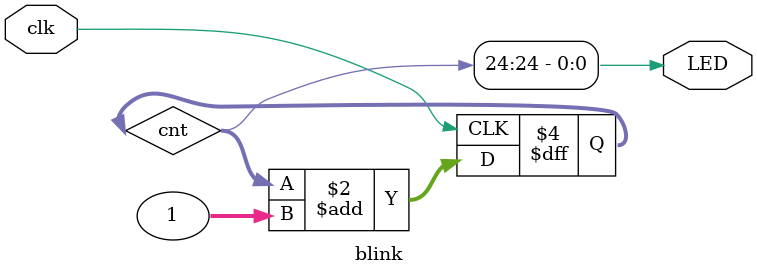
<source format=v>
module blink (
	input wire clk, // 50MHz input clock
	output wire LED // LED Output
);
	
// create a binary counter
reg [31:0] cnt; // 32-bit counter
	
initial begin

cnt <= 32'h00000000; // start at 0

end

always @(posedge clk) begin

cnt <= cnt + 1; // count up

end

// assign LED to 25th bit of the counter to blink the LED at a few Hz
assign LED = cnt[24];

endmodule
</source>
